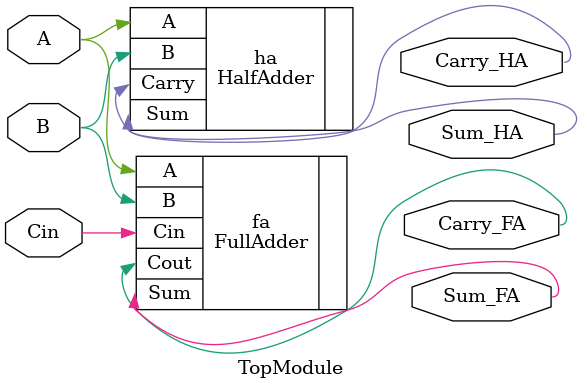
<source format=v>
module TopModule(
    input wire A,
    input wire B,
    input wire Cin,  // Carry input for FullAdder
    output wire Sum_HA,  // Sum from Half Adder
    output wire Carry_HA, // Carry from Half Adder
    output wire Sum_FA,  // Sum from Full Adder
    output wire Carry_FA  // Carry from Full Adder
);

    // Instantiate the HalfAdder
    HalfAdder ha (
        .A(A),
        .B(B),
        .Sum(Sum_HA),
        .Carry(Carry_HA)
    );

    // Instantiate the FullAdder, using Carry_HA as Cin
    FullAdder fa (
        .A(A),
        .B(B),
        .Cin(Cin),
        .Sum(Sum_FA),
        .Cout(Carry_FA)
    );

endmodule

</source>
